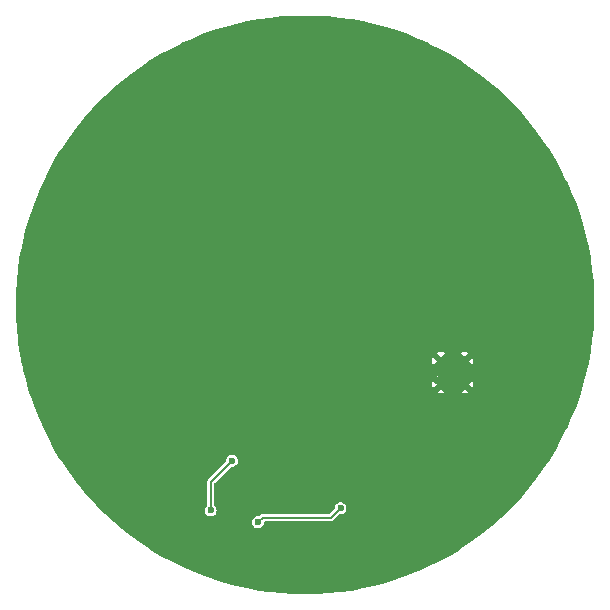
<source format=gbr>
%TF.GenerationSoftware,KiCad,Pcbnew,8.0.6*%
%TF.CreationDate,2025-02-16T20:57:11+01:00*%
%TF.ProjectId,TUSS4470_shield,54555353-3434-4373-905f-736869656c64,rev?*%
%TF.SameCoordinates,Original*%
%TF.FileFunction,Copper,L2,Bot*%
%TF.FilePolarity,Positive*%
%FSLAX46Y46*%
G04 Gerber Fmt 4.6, Leading zero omitted, Abs format (unit mm)*
G04 Created by KiCad (PCBNEW 8.0.6) date 2025-02-16 20:57:11*
%MOMM*%
%LPD*%
G01*
G04 APERTURE LIST*
%TA.AperFunction,HeatsinkPad*%
%ADD10C,0.500000*%
%TD*%
%TA.AperFunction,HeatsinkPad*%
%ADD11R,2.500000X2.500000*%
%TD*%
%TA.AperFunction,ViaPad*%
%ADD12C,0.600000*%
%TD*%
%TA.AperFunction,Conductor*%
%ADD13C,0.200000*%
%TD*%
G04 APERTURE END LIST*
D10*
%TO.P,U1,21,EXP*%
%TO.N,GND*%
X111500000Y-101737500D03*
X113500000Y-101737500D03*
D11*
X112500000Y-100737500D03*
D10*
X111500000Y-99737500D03*
X113500000Y-99737500D03*
%TD*%
D12*
%TO.N,GND*%
X115900000Y-95800000D03*
X99400000Y-80600000D03*
X91400000Y-109400000D03*
X90400000Y-104200000D03*
X103400000Y-107400000D03*
X112500000Y-100737500D03*
X115900000Y-96600000D03*
X88900000Y-101400000D03*
X88900000Y-108500000D03*
X104900000Y-111300000D03*
X102100000Y-78300000D03*
X102100000Y-76800000D03*
X112200000Y-104100000D03*
X102200000Y-105900000D03*
X94100000Y-103300000D03*
X90300000Y-106300000D03*
X94800000Y-97000000D03*
X98800000Y-111600000D03*
X93900000Y-106500000D03*
X91500000Y-102300000D03*
%TO.N,NCS*%
X96000000Y-113400000D03*
X103000000Y-112200000D03*
%TO.N,ADC*%
X93800000Y-108200000D03*
X92000000Y-112400000D03*
%TD*%
D13*
%TO.N,NCS*%
X96400000Y-113000000D02*
X96000000Y-113400000D01*
X103000000Y-112200000D02*
X102200000Y-113000000D01*
X102200000Y-113000000D02*
X96400000Y-113000000D01*
%TO.N,ADC*%
X93800000Y-108200000D02*
X92000000Y-110000000D01*
X92000000Y-110000000D02*
X92000000Y-112400000D01*
%TD*%
%TA.AperFunction,Conductor*%
%TO.N,GND*%
G36*
X100984027Y-70520319D02*
G01*
X100988954Y-70520517D01*
X101968919Y-70579794D01*
X101973860Y-70580193D01*
X102950617Y-70678879D01*
X102955551Y-70679478D01*
X103927534Y-70817412D01*
X103932431Y-70818208D01*
X104898078Y-70995170D01*
X104902963Y-70996167D01*
X105860684Y-71211863D01*
X105865511Y-71213053D01*
X106813819Y-71467152D01*
X106818568Y-71468528D01*
X107755844Y-71760594D01*
X107760506Y-71762150D01*
X108685317Y-72091741D01*
X108689942Y-72093496D01*
X109600690Y-72460040D01*
X109605229Y-72461973D01*
X110500476Y-72864891D01*
X110504979Y-72867028D01*
X111383264Y-73305661D01*
X111387664Y-73307970D01*
X112247571Y-73781611D01*
X112251876Y-73784096D01*
X113092031Y-74291986D01*
X113096200Y-74294623D01*
X113915219Y-74835930D01*
X113919320Y-74838760D01*
X114715881Y-75412608D01*
X114719834Y-75415579D01*
X115404371Y-75951880D01*
X115492642Y-76021036D01*
X115496510Y-76024195D01*
X116244250Y-76660225D01*
X116247989Y-76663536D01*
X116969580Y-77329222D01*
X116973181Y-77332682D01*
X117667317Y-78026818D01*
X117670777Y-78030419D01*
X118336463Y-78752010D01*
X118339774Y-78755749D01*
X118975804Y-79503489D01*
X118978963Y-79507357D01*
X119584405Y-80280145D01*
X119587405Y-80284137D01*
X120161232Y-81080670D01*
X120164069Y-81084780D01*
X120705360Y-81903773D01*
X120708029Y-81907994D01*
X121215897Y-82748113D01*
X121218394Y-82752438D01*
X121692023Y-83612324D01*
X121694344Y-83616746D01*
X122132967Y-84495011D01*
X122135108Y-84499523D01*
X122538014Y-85394743D01*
X122539971Y-85399337D01*
X122906498Y-86310043D01*
X122908269Y-86314712D01*
X123237834Y-87239448D01*
X123239415Y-87244186D01*
X123531464Y-88181408D01*
X123532854Y-88186204D01*
X123786943Y-89134477D01*
X123788138Y-89139326D01*
X124003831Y-90097032D01*
X124004830Y-90101925D01*
X124181788Y-91067551D01*
X124182589Y-91072481D01*
X124320519Y-92044436D01*
X124321121Y-92049393D01*
X124419804Y-93026120D01*
X124420206Y-93031098D01*
X124479480Y-94011014D01*
X124479681Y-94016004D01*
X124499449Y-94997503D01*
X124499449Y-95002497D01*
X124479681Y-95983995D01*
X124479480Y-95988985D01*
X124420206Y-96968901D01*
X124419804Y-96973879D01*
X124321121Y-97950606D01*
X124320519Y-97955563D01*
X124182589Y-98927518D01*
X124181788Y-98932448D01*
X124004830Y-99898074D01*
X124003831Y-99902967D01*
X123788138Y-100860673D01*
X123786943Y-100865522D01*
X123532854Y-101813795D01*
X123531464Y-101818591D01*
X123239415Y-102755813D01*
X123237834Y-102760551D01*
X122908269Y-103685287D01*
X122906498Y-103689956D01*
X122539971Y-104600662D01*
X122538014Y-104605256D01*
X122135108Y-105500476D01*
X122132967Y-105504988D01*
X121694344Y-106383253D01*
X121692023Y-106387675D01*
X121218394Y-107247561D01*
X121215897Y-107251886D01*
X120708029Y-108092005D01*
X120705360Y-108096226D01*
X120164069Y-108915219D01*
X120161232Y-108919329D01*
X119587405Y-109715862D01*
X119584405Y-109719854D01*
X118978963Y-110492642D01*
X118975804Y-110496510D01*
X118339774Y-111244250D01*
X118336463Y-111247989D01*
X117670777Y-111969580D01*
X117667317Y-111973181D01*
X116973181Y-112667317D01*
X116969580Y-112670777D01*
X116247989Y-113336463D01*
X116244250Y-113339774D01*
X115496510Y-113975804D01*
X115492642Y-113978963D01*
X114719854Y-114584405D01*
X114715862Y-114587405D01*
X113919329Y-115161232D01*
X113915219Y-115164069D01*
X113096226Y-115705360D01*
X113092005Y-115708029D01*
X112251886Y-116215897D01*
X112247561Y-116218394D01*
X111387675Y-116692023D01*
X111383253Y-116694344D01*
X110504988Y-117132967D01*
X110500476Y-117135108D01*
X109605256Y-117538014D01*
X109600662Y-117539971D01*
X108689956Y-117906498D01*
X108685287Y-117908269D01*
X107760551Y-118237834D01*
X107755813Y-118239415D01*
X106818591Y-118531464D01*
X106813795Y-118532854D01*
X105865522Y-118786943D01*
X105860673Y-118788138D01*
X104902967Y-119003831D01*
X104898074Y-119004830D01*
X103932448Y-119181788D01*
X103927518Y-119182589D01*
X102955563Y-119320519D01*
X102950606Y-119321121D01*
X101973879Y-119419804D01*
X101968901Y-119420206D01*
X100988985Y-119479480D01*
X100983995Y-119479681D01*
X100002497Y-119499449D01*
X99997503Y-119499449D01*
X99016004Y-119479681D01*
X99011014Y-119479480D01*
X98031098Y-119420206D01*
X98026120Y-119419804D01*
X97049393Y-119321121D01*
X97044436Y-119320519D01*
X96072481Y-119182589D01*
X96067551Y-119181788D01*
X95101925Y-119004830D01*
X95097032Y-119003831D01*
X94139326Y-118788138D01*
X94134477Y-118786943D01*
X93186204Y-118532854D01*
X93181408Y-118531464D01*
X92244186Y-118239415D01*
X92239464Y-118237839D01*
X91314709Y-117908267D01*
X91310043Y-117906498D01*
X90399337Y-117539971D01*
X90394743Y-117538014D01*
X89499523Y-117135108D01*
X89495011Y-117132967D01*
X88616746Y-116694344D01*
X88612324Y-116692023D01*
X87752438Y-116218394D01*
X87748113Y-116215897D01*
X87494922Y-116062838D01*
X86907982Y-115708021D01*
X86903786Y-115705368D01*
X86084780Y-115164069D01*
X86080670Y-115161232D01*
X85284137Y-114587405D01*
X85280157Y-114584414D01*
X84507357Y-113978963D01*
X84503489Y-113975804D01*
X83826553Y-113400000D01*
X95494353Y-113400000D01*
X95514834Y-113542456D01*
X95574622Y-113673371D01*
X95574623Y-113673373D01*
X95668872Y-113782143D01*
X95789947Y-113859953D01*
X95789950Y-113859954D01*
X95789949Y-113859954D01*
X95928036Y-113900499D01*
X95928038Y-113900500D01*
X95928039Y-113900500D01*
X96071962Y-113900500D01*
X96071962Y-113900499D01*
X96210053Y-113859953D01*
X96331128Y-113782143D01*
X96425377Y-113673373D01*
X96485165Y-113542457D01*
X96504662Y-113406853D01*
X96533687Y-113343297D01*
X96592465Y-113305523D01*
X96627400Y-113300500D01*
X102239560Y-113300500D01*
X102239562Y-113300500D01*
X102315989Y-113280021D01*
X102384511Y-113240460D01*
X102440460Y-113184511D01*
X102888151Y-112736818D01*
X102949474Y-112703334D01*
X102975832Y-112700500D01*
X103071962Y-112700500D01*
X103071962Y-112700499D01*
X103184973Y-112667317D01*
X103210050Y-112659954D01*
X103210050Y-112659953D01*
X103210053Y-112659953D01*
X103331128Y-112582143D01*
X103425377Y-112473373D01*
X103485165Y-112342457D01*
X103505647Y-112200000D01*
X103485165Y-112057543D01*
X103425377Y-111926627D01*
X103331128Y-111817857D01*
X103210053Y-111740047D01*
X103210051Y-111740046D01*
X103210049Y-111740045D01*
X103210050Y-111740045D01*
X103071963Y-111699500D01*
X103071961Y-111699500D01*
X102928039Y-111699500D01*
X102928036Y-111699500D01*
X102789949Y-111740045D01*
X102668873Y-111817856D01*
X102574623Y-111926626D01*
X102574622Y-111926628D01*
X102514834Y-112057543D01*
X102494353Y-112200000D01*
X102494353Y-112200001D01*
X102495661Y-112209103D01*
X102485713Y-112278261D01*
X102460603Y-112314424D01*
X102111848Y-112663181D01*
X102050525Y-112696666D01*
X102024167Y-112699500D01*
X96360438Y-112699500D01*
X96322224Y-112709739D01*
X96284009Y-112719979D01*
X96270033Y-112728049D01*
X96270032Y-112728049D01*
X96215491Y-112759537D01*
X96111846Y-112863182D01*
X96050523Y-112896666D01*
X96024165Y-112899500D01*
X95928036Y-112899500D01*
X95789949Y-112940045D01*
X95668873Y-113017856D01*
X95574623Y-113126626D01*
X95574622Y-113126628D01*
X95514834Y-113257543D01*
X95494353Y-113400000D01*
X83826553Y-113400000D01*
X83755749Y-113339774D01*
X83752010Y-113336463D01*
X83030419Y-112670777D01*
X83026818Y-112667317D01*
X82759501Y-112400000D01*
X91494353Y-112400000D01*
X91514834Y-112542456D01*
X91532959Y-112582143D01*
X91574623Y-112673373D01*
X91668872Y-112782143D01*
X91789947Y-112859953D01*
X91789950Y-112859954D01*
X91789949Y-112859954D01*
X91897107Y-112891417D01*
X91924633Y-112899500D01*
X91928036Y-112900499D01*
X91928038Y-112900500D01*
X91928039Y-112900500D01*
X92071962Y-112900500D01*
X92071962Y-112900499D01*
X92210053Y-112859953D01*
X92331128Y-112782143D01*
X92425377Y-112673373D01*
X92485165Y-112542457D01*
X92505647Y-112400000D01*
X92485165Y-112257543D01*
X92425377Y-112126627D01*
X92425375Y-112126625D01*
X92425374Y-112126622D01*
X92330787Y-112017462D01*
X92301762Y-111953906D01*
X92300500Y-111936260D01*
X92300500Y-110175832D01*
X92320185Y-110108793D01*
X92336814Y-110088156D01*
X93688151Y-108736818D01*
X93749474Y-108703334D01*
X93775832Y-108700500D01*
X93871962Y-108700500D01*
X93871962Y-108700499D01*
X94010053Y-108659953D01*
X94131128Y-108582143D01*
X94225377Y-108473373D01*
X94285165Y-108342457D01*
X94305647Y-108200000D01*
X94285165Y-108057543D01*
X94225377Y-107926627D01*
X94131128Y-107817857D01*
X94010053Y-107740047D01*
X94010051Y-107740046D01*
X94010049Y-107740045D01*
X94010050Y-107740045D01*
X93871963Y-107699500D01*
X93871961Y-107699500D01*
X93728039Y-107699500D01*
X93728036Y-107699500D01*
X93589949Y-107740045D01*
X93468873Y-107817856D01*
X93374623Y-107926626D01*
X93374622Y-107926628D01*
X93314834Y-108057543D01*
X93294353Y-108200000D01*
X93294353Y-108200001D01*
X93295661Y-108209103D01*
X93285713Y-108278261D01*
X93260603Y-108314424D01*
X91815489Y-109759540D01*
X91759541Y-109815487D01*
X91759535Y-109815495D01*
X91719982Y-109884004D01*
X91719979Y-109884009D01*
X91699500Y-109960439D01*
X91699500Y-111936260D01*
X91679815Y-112003299D01*
X91669213Y-112017462D01*
X91574625Y-112126622D01*
X91574622Y-112126628D01*
X91514834Y-112257543D01*
X91494353Y-112400000D01*
X82759501Y-112400000D01*
X82332682Y-111973181D01*
X82329222Y-111969580D01*
X81663536Y-111247989D01*
X81660225Y-111244250D01*
X81024195Y-110496510D01*
X81021036Y-110492642D01*
X80604080Y-109960438D01*
X80415579Y-109719834D01*
X80412608Y-109715881D01*
X79838760Y-108919320D01*
X79835930Y-108915219D01*
X79294623Y-108096200D01*
X79291986Y-108092031D01*
X78784096Y-107251876D01*
X78781605Y-107247561D01*
X78307976Y-106387675D01*
X78305655Y-106383253D01*
X77867032Y-105504988D01*
X77864891Y-105500476D01*
X77531855Y-104760500D01*
X77461973Y-104605229D01*
X77460040Y-104600690D01*
X77093496Y-103689942D01*
X77091741Y-103685317D01*
X76762150Y-102760506D01*
X76760594Y-102755844D01*
X76655245Y-102417766D01*
X111173285Y-102417766D01*
X111332056Y-102473324D01*
X111499996Y-102492246D01*
X111500004Y-102492246D01*
X111667943Y-102473324D01*
X111826713Y-102417767D01*
X111826714Y-102417766D01*
X113173285Y-102417766D01*
X113332056Y-102473324D01*
X113499996Y-102492246D01*
X113500004Y-102492246D01*
X113667943Y-102473324D01*
X113826713Y-102417767D01*
X113826714Y-102417766D01*
X113500001Y-102091053D01*
X113500000Y-102091053D01*
X113173285Y-102417766D01*
X111826714Y-102417766D01*
X111500001Y-102091053D01*
X111500000Y-102091053D01*
X111173285Y-102417766D01*
X76655245Y-102417766D01*
X76468528Y-101818568D01*
X76467152Y-101813819D01*
X76446701Y-101737496D01*
X110745254Y-101737496D01*
X110745254Y-101737503D01*
X110764175Y-101905438D01*
X110764176Y-101905443D01*
X110819732Y-102064214D01*
X111146447Y-101737500D01*
X111126556Y-101717609D01*
X111400000Y-101717609D01*
X111400000Y-101757391D01*
X111415224Y-101794145D01*
X111443355Y-101822276D01*
X111480109Y-101837500D01*
X111519891Y-101837500D01*
X111556645Y-101822276D01*
X111584776Y-101794145D01*
X111600000Y-101757391D01*
X111600000Y-101737499D01*
X111853553Y-101737499D01*
X111853553Y-101737501D01*
X112180266Y-102064214D01*
X112180267Y-102064213D01*
X112235824Y-101905443D01*
X112254746Y-101737503D01*
X112254746Y-101737496D01*
X112745254Y-101737496D01*
X112745254Y-101737503D01*
X112764175Y-101905438D01*
X112764176Y-101905443D01*
X112819732Y-102064214D01*
X113146447Y-101737500D01*
X113126556Y-101717609D01*
X113400000Y-101717609D01*
X113400000Y-101757391D01*
X113415224Y-101794145D01*
X113443355Y-101822276D01*
X113480109Y-101837500D01*
X113519891Y-101837500D01*
X113556645Y-101822276D01*
X113584776Y-101794145D01*
X113600000Y-101757391D01*
X113600000Y-101737499D01*
X113853553Y-101737499D01*
X113853553Y-101737501D01*
X114180266Y-102064214D01*
X114180267Y-102064213D01*
X114235824Y-101905443D01*
X114254746Y-101737503D01*
X114254746Y-101737496D01*
X114235824Y-101569556D01*
X114180266Y-101410785D01*
X113853553Y-101737499D01*
X113600000Y-101737499D01*
X113600000Y-101717609D01*
X113584776Y-101680855D01*
X113556645Y-101652724D01*
X113519891Y-101637500D01*
X113480109Y-101637500D01*
X113443355Y-101652724D01*
X113415224Y-101680855D01*
X113400000Y-101717609D01*
X113126556Y-101717609D01*
X112819732Y-101410785D01*
X112764176Y-101569553D01*
X112764175Y-101569558D01*
X112745254Y-101737496D01*
X112254746Y-101737496D01*
X112235824Y-101569556D01*
X112180266Y-101410785D01*
X111853553Y-101737499D01*
X111600000Y-101737499D01*
X111600000Y-101717609D01*
X111584776Y-101680855D01*
X111556645Y-101652724D01*
X111519891Y-101637500D01*
X111480109Y-101637500D01*
X111443355Y-101652724D01*
X111415224Y-101680855D01*
X111400000Y-101717609D01*
X111126556Y-101717609D01*
X110819732Y-101410785D01*
X110764176Y-101569553D01*
X110764175Y-101569558D01*
X110745254Y-101737496D01*
X76446701Y-101737496D01*
X76264425Y-101057232D01*
X111173285Y-101057232D01*
X111500000Y-101383947D01*
X111500001Y-101383947D01*
X111826714Y-101057232D01*
X113173285Y-101057232D01*
X113500000Y-101383947D01*
X113500001Y-101383947D01*
X113826714Y-101057232D01*
X113667943Y-101001676D01*
X113667938Y-101001675D01*
X113500004Y-100982754D01*
X113499996Y-100982754D01*
X113332058Y-101001675D01*
X113332053Y-101001676D01*
X113173285Y-101057232D01*
X111826714Y-101057232D01*
X111667943Y-101001676D01*
X111667938Y-101001675D01*
X111500004Y-100982754D01*
X111499996Y-100982754D01*
X111332058Y-101001675D01*
X111332053Y-101001676D01*
X111173285Y-101057232D01*
X76264425Y-101057232D01*
X76213053Y-100865511D01*
X76211861Y-100860673D01*
X76128884Y-100492246D01*
X76112110Y-100417766D01*
X111173285Y-100417766D01*
X111332056Y-100473324D01*
X111499996Y-100492246D01*
X111500004Y-100492246D01*
X111667943Y-100473324D01*
X111826713Y-100417767D01*
X111826714Y-100417766D01*
X113173285Y-100417766D01*
X113332056Y-100473324D01*
X113499996Y-100492246D01*
X113500004Y-100492246D01*
X113667943Y-100473324D01*
X113826713Y-100417767D01*
X113826714Y-100417766D01*
X113500001Y-100091053D01*
X113500000Y-100091053D01*
X113173285Y-100417766D01*
X111826714Y-100417766D01*
X111500001Y-100091053D01*
X111500000Y-100091053D01*
X111173285Y-100417766D01*
X76112110Y-100417766D01*
X75996167Y-99902963D01*
X75995169Y-99898074D01*
X75984068Y-99837500D01*
X75965742Y-99737496D01*
X110745254Y-99737496D01*
X110745254Y-99737503D01*
X110764175Y-99905438D01*
X110764176Y-99905443D01*
X110819732Y-100064214D01*
X111146447Y-99737500D01*
X111126556Y-99717609D01*
X111400000Y-99717609D01*
X111400000Y-99757391D01*
X111415224Y-99794145D01*
X111443355Y-99822276D01*
X111480109Y-99837500D01*
X111519891Y-99837500D01*
X111556645Y-99822276D01*
X111584776Y-99794145D01*
X111600000Y-99757391D01*
X111600000Y-99737499D01*
X111853553Y-99737499D01*
X111853553Y-99737501D01*
X112180266Y-100064214D01*
X112180267Y-100064213D01*
X112235824Y-99905443D01*
X112254746Y-99737503D01*
X112254746Y-99737496D01*
X112745254Y-99737496D01*
X112745254Y-99737503D01*
X112764175Y-99905438D01*
X112764176Y-99905443D01*
X112819732Y-100064214D01*
X113146447Y-99737500D01*
X113126556Y-99717609D01*
X113400000Y-99717609D01*
X113400000Y-99757391D01*
X113415224Y-99794145D01*
X113443355Y-99822276D01*
X113480109Y-99837500D01*
X113519891Y-99837500D01*
X113556645Y-99822276D01*
X113584776Y-99794145D01*
X113600000Y-99757391D01*
X113600000Y-99737499D01*
X113853553Y-99737499D01*
X113853553Y-99737501D01*
X114180266Y-100064214D01*
X114180267Y-100064213D01*
X114235824Y-99905443D01*
X114254746Y-99737503D01*
X114254746Y-99737496D01*
X114235824Y-99569556D01*
X114180266Y-99410785D01*
X113853553Y-99737499D01*
X113600000Y-99737499D01*
X113600000Y-99717609D01*
X113584776Y-99680855D01*
X113556645Y-99652724D01*
X113519891Y-99637500D01*
X113480109Y-99637500D01*
X113443355Y-99652724D01*
X113415224Y-99680855D01*
X113400000Y-99717609D01*
X113126556Y-99717609D01*
X112819732Y-99410785D01*
X112764176Y-99569553D01*
X112764175Y-99569558D01*
X112745254Y-99737496D01*
X112254746Y-99737496D01*
X112235824Y-99569556D01*
X112180266Y-99410785D01*
X111853553Y-99737499D01*
X111600000Y-99737499D01*
X111600000Y-99717609D01*
X111584776Y-99680855D01*
X111556645Y-99652724D01*
X111519891Y-99637500D01*
X111480109Y-99637500D01*
X111443355Y-99652724D01*
X111415224Y-99680855D01*
X111400000Y-99717609D01*
X111126556Y-99717609D01*
X110819732Y-99410785D01*
X110764176Y-99569553D01*
X110764175Y-99569558D01*
X110745254Y-99737496D01*
X75965742Y-99737496D01*
X75841079Y-99057232D01*
X111173285Y-99057232D01*
X111500000Y-99383947D01*
X111500001Y-99383947D01*
X111826714Y-99057232D01*
X113173285Y-99057232D01*
X113500000Y-99383947D01*
X113500001Y-99383947D01*
X113826714Y-99057232D01*
X113667943Y-99001676D01*
X113667938Y-99001675D01*
X113500004Y-98982754D01*
X113499996Y-98982754D01*
X113332058Y-99001675D01*
X113332053Y-99001676D01*
X113173285Y-99057232D01*
X111826714Y-99057232D01*
X111667943Y-99001676D01*
X111667938Y-99001675D01*
X111500004Y-98982754D01*
X111499996Y-98982754D01*
X111332058Y-99001675D01*
X111332053Y-99001676D01*
X111173285Y-99057232D01*
X75841079Y-99057232D01*
X75818208Y-98932431D01*
X75817410Y-98927518D01*
X75679480Y-97955563D01*
X75678878Y-97950606D01*
X75580193Y-96973860D01*
X75579793Y-96968901D01*
X75520517Y-95988954D01*
X75520319Y-95984027D01*
X75500550Y-95002482D01*
X75500550Y-94997503D01*
X75520319Y-94015970D01*
X75520517Y-94011047D01*
X75579794Y-93031076D01*
X75580195Y-93026120D01*
X75582949Y-92998868D01*
X75678879Y-92049376D01*
X75679480Y-92044436D01*
X75817413Y-91072457D01*
X75818206Y-91067576D01*
X75995171Y-90101911D01*
X75996168Y-90097032D01*
X76211861Y-89139326D01*
X76213056Y-89134477D01*
X76236796Y-89045879D01*
X76467155Y-88186167D01*
X76468524Y-88181444D01*
X76760599Y-87244140D01*
X76762144Y-87239508D01*
X77091747Y-86314665D01*
X77093489Y-86310073D01*
X77460047Y-85399291D01*
X77461965Y-85394788D01*
X77864903Y-84499496D01*
X77867018Y-84495039D01*
X78305671Y-83616714D01*
X78307959Y-83612355D01*
X78781623Y-82752406D01*
X78784083Y-82748144D01*
X79292000Y-81907946D01*
X79294608Y-81903821D01*
X79835952Y-81084747D01*
X79838744Y-81080702D01*
X80412626Y-80284093D01*
X80415561Y-80280188D01*
X81021053Y-79507335D01*
X81024176Y-79503511D01*
X81660232Y-78755740D01*
X81663536Y-78752010D01*
X81955472Y-78435557D01*
X82329245Y-78030394D01*
X82332657Y-78026843D01*
X83026843Y-77332657D01*
X83030394Y-77329245D01*
X83752018Y-76663528D01*
X83755749Y-76660225D01*
X84503511Y-76024176D01*
X84507335Y-76021053D01*
X85280188Y-75415561D01*
X85284093Y-75412626D01*
X86080702Y-74838744D01*
X86084747Y-74835952D01*
X86903821Y-74294608D01*
X86907946Y-74292000D01*
X87748144Y-73784083D01*
X87752406Y-73781623D01*
X88612355Y-73307959D01*
X88616714Y-73305671D01*
X89495039Y-72867018D01*
X89499496Y-72864903D01*
X90394788Y-72461965D01*
X90399291Y-72460047D01*
X91310073Y-72093489D01*
X91314665Y-72091747D01*
X92239508Y-71762144D01*
X92244140Y-71760599D01*
X93181444Y-71468524D01*
X93186167Y-71467155D01*
X94134499Y-71213050D01*
X94139304Y-71211866D01*
X95097046Y-70996165D01*
X95101911Y-70995171D01*
X96067576Y-70818206D01*
X96072457Y-70817413D01*
X97044454Y-70679477D01*
X97049376Y-70678879D01*
X98026143Y-70580193D01*
X98031076Y-70579794D01*
X99011047Y-70520517D01*
X99015970Y-70520319D01*
X99997518Y-70500550D01*
X100002482Y-70500550D01*
X100984027Y-70520319D01*
G37*
%TD.AperFunction*%
%TD*%
M02*

</source>
